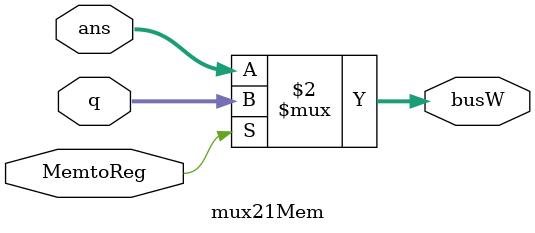
<source format=v>
module mux21Mem(MemtoReg, q, ans, busW);
input MemtoReg;
input [31:0] q;
input [31:0] ans;
output [31:0] busW;
assign busW = (MemtoReg == 0)?ans:q;
endmodule
</source>
